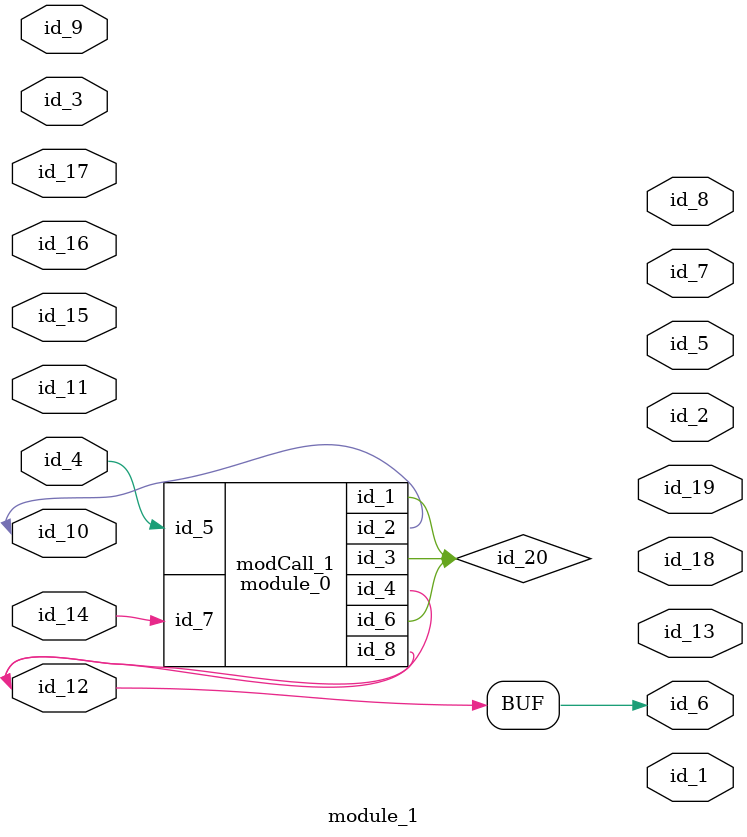
<source format=v>
module module_0 (
    id_1,
    id_2,
    id_3,
    id_4,
    id_5,
    id_6,
    id_7,
    id_8
);
  output wire id_8;
  input wire id_7;
  inout wire id_6;
  input wire id_5;
  inout wire id_4;
  output wire id_3;
  output wire id_2;
  output wire id_1;
  assign id_8 = id_7;
endmodule
module module_1 (
    id_1,
    id_2,
    id_3,
    id_4,
    id_5,
    id_6,
    id_7,
    id_8,
    id_9,
    id_10,
    id_11,
    id_12,
    id_13,
    id_14,
    id_15,
    id_16,
    id_17,
    id_18,
    id_19
);
  output wire id_19;
  output wire id_18;
  input wire id_17;
  input wire id_16;
  inout wire id_15;
  input wire id_14;
  output wire id_13;
  inout wire id_12;
  inout wire id_11;
  inout wire id_10;
  input wire id_9;
  output wire id_8;
  output wire id_7;
  output wire id_6;
  output wire id_5;
  input wire id_4;
  input wire id_3;
  output wire id_2;
  output wire id_1;
  wire id_20;
  module_0 modCall_1 (
      id_20,
      id_10,
      id_20,
      id_12,
      id_4,
      id_20,
      id_14,
      id_12
  );
  assign id_6 = id_12;
  wire id_21;
endmodule

</source>
